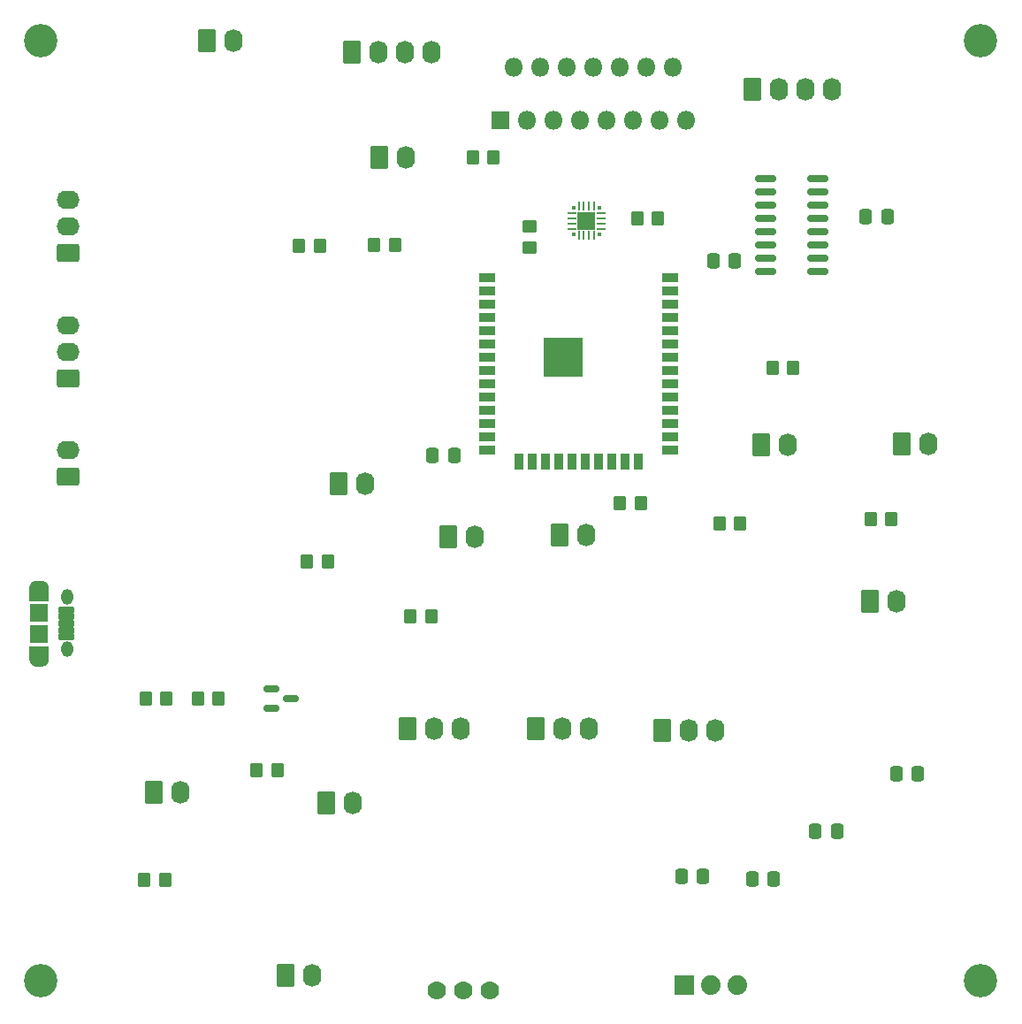
<source format=gbr>
%TF.GenerationSoftware,KiCad,Pcbnew,8.0.8*%
%TF.CreationDate,2025-03-12T17:19:21-05:00*%
%TF.ProjectId,Third Design (PCBWay 1),54686972-6420-4446-9573-69676e202850,rev?*%
%TF.SameCoordinates,Original*%
%TF.FileFunction,Soldermask,Top*%
%TF.FilePolarity,Negative*%
%FSLAX46Y46*%
G04 Gerber Fmt 4.6, Leading zero omitted, Abs format (unit mm)*
G04 Created by KiCad (PCBNEW 8.0.8) date 2025-03-12 17:19:21*
%MOMM*%
%LPD*%
G01*
G04 APERTURE LIST*
G04 Aperture macros list*
%AMRoundRect*
0 Rectangle with rounded corners*
0 $1 Rounding radius*
0 $2 $3 $4 $5 $6 $7 $8 $9 X,Y pos of 4 corners*
0 Add a 4 corners polygon primitive as box body*
4,1,4,$2,$3,$4,$5,$6,$7,$8,$9,$2,$3,0*
0 Add four circle primitives for the rounded corners*
1,1,$1+$1,$2,$3*
1,1,$1+$1,$4,$5*
1,1,$1+$1,$6,$7*
1,1,$1+$1,$8,$9*
0 Add four rect primitives between the rounded corners*
20,1,$1+$1,$2,$3,$4,$5,0*
20,1,$1+$1,$4,$5,$6,$7,0*
20,1,$1+$1,$6,$7,$8,$9,0*
20,1,$1+$1,$8,$9,$2,$3,0*%
G04 Aperture macros list end*
%ADD10C,0.010000*%
%ADD11RoundRect,0.250000X-0.350000X-0.450000X0.350000X-0.450000X0.350000X0.450000X-0.350000X0.450000X0*%
%ADD12O,1.740000X2.190000*%
%ADD13RoundRect,0.250000X-0.620000X-0.845000X0.620000X-0.845000X0.620000X0.845000X-0.620000X0.845000X0*%
%ADD14RoundRect,0.250000X0.450000X-0.350000X0.450000X0.350000X-0.450000X0.350000X-0.450000X-0.350000X0*%
%ADD15C,3.200000*%
%ADD16RoundRect,0.250000X0.845000X-0.620000X0.845000X0.620000X-0.845000X0.620000X-0.845000X-0.620000X0*%
%ADD17O,2.190000X1.740000*%
%ADD18RoundRect,0.102000X-0.675000X0.200000X-0.675000X-0.200000X0.675000X-0.200000X0.675000X0.200000X0*%
%ADD19RoundRect,0.102000X-0.775000X0.750000X-0.775000X-0.750000X0.775000X-0.750000X0.775000X0.750000X0*%
%ADD20O,1.154000X1.504000*%
%ADD21RoundRect,0.250000X-0.337500X-0.475000X0.337500X-0.475000X0.337500X0.475000X-0.337500X0.475000X0*%
%ADD22RoundRect,0.150000X-0.850000X-0.150000X0.850000X-0.150000X0.850000X0.150000X-0.850000X0.150000X0*%
%ADD23R,0.355600X0.355600*%
%ADD24R,0.254000X0.812800*%
%ADD25R,0.812800X0.254000*%
%ADD26R,1.701800X1.701800*%
%ADD27R,1.500000X0.900000*%
%ADD28R,0.900000X1.500000*%
%ADD29C,0.600000*%
%ADD30R,3.800000X3.800000*%
%ADD31C,1.778000*%
%ADD32R,1.879600X1.879600*%
%ADD33C,1.879600*%
%ADD34RoundRect,0.150000X-0.587500X-0.150000X0.587500X-0.150000X0.587500X0.150000X-0.587500X0.150000X0*%
%ADD35R,1.800000X1.800000*%
%ADD36O,1.800000X1.800000*%
G04 APERTURE END LIST*
D10*
%TO.C,J18*%
X105081000Y-106740000D02*
X105113000Y-106742000D01*
X105144000Y-106746000D01*
X105175000Y-106752000D01*
X105205000Y-106759000D01*
X105235000Y-106768000D01*
X105265000Y-106779000D01*
X105294000Y-106791000D01*
X105322000Y-106804000D01*
X105350000Y-106819000D01*
X105377000Y-106836000D01*
X105403000Y-106854000D01*
X105428000Y-106873000D01*
X105451000Y-106893000D01*
X105474000Y-106915000D01*
X105496000Y-106938000D01*
X105516000Y-106961000D01*
X105535000Y-106986000D01*
X105553000Y-107012000D01*
X105570000Y-107039000D01*
X105585000Y-107067000D01*
X105598000Y-107095000D01*
X105610000Y-107124000D01*
X105621000Y-107154000D01*
X105630000Y-107184000D01*
X105637000Y-107214000D01*
X105643000Y-107245000D01*
X105647000Y-107276000D01*
X105649000Y-107308000D01*
X105650000Y-107339000D01*
X105650000Y-108584000D01*
X103900000Y-108584000D01*
X103900000Y-107339000D01*
X103901000Y-107308000D01*
X103903000Y-107276000D01*
X103907000Y-107245000D01*
X103913000Y-107214000D01*
X103920000Y-107184000D01*
X103929000Y-107154000D01*
X103940000Y-107124000D01*
X103952000Y-107095000D01*
X103965000Y-107067000D01*
X103980000Y-107039000D01*
X103997000Y-107012000D01*
X104015000Y-106986000D01*
X104034000Y-106961000D01*
X104054000Y-106938000D01*
X104076000Y-106915000D01*
X104099000Y-106893000D01*
X104122000Y-106873000D01*
X104147000Y-106854000D01*
X104173000Y-106836000D01*
X104200000Y-106819000D01*
X104228000Y-106804000D01*
X104256000Y-106791000D01*
X104285000Y-106779000D01*
X104315000Y-106768000D01*
X104345000Y-106759000D01*
X104375000Y-106752000D01*
X104406000Y-106746000D01*
X104437000Y-106742000D01*
X104469000Y-106740000D01*
X104500000Y-106739000D01*
X105050000Y-106739000D01*
X105081000Y-106740000D01*
G36*
X105081000Y-106740000D02*
G01*
X105113000Y-106742000D01*
X105144000Y-106746000D01*
X105175000Y-106752000D01*
X105205000Y-106759000D01*
X105235000Y-106768000D01*
X105265000Y-106779000D01*
X105294000Y-106791000D01*
X105322000Y-106804000D01*
X105350000Y-106819000D01*
X105377000Y-106836000D01*
X105403000Y-106854000D01*
X105428000Y-106873000D01*
X105451000Y-106893000D01*
X105474000Y-106915000D01*
X105496000Y-106938000D01*
X105516000Y-106961000D01*
X105535000Y-106986000D01*
X105553000Y-107012000D01*
X105570000Y-107039000D01*
X105585000Y-107067000D01*
X105598000Y-107095000D01*
X105610000Y-107124000D01*
X105621000Y-107154000D01*
X105630000Y-107184000D01*
X105637000Y-107214000D01*
X105643000Y-107245000D01*
X105647000Y-107276000D01*
X105649000Y-107308000D01*
X105650000Y-107339000D01*
X105650000Y-108584000D01*
X103900000Y-108584000D01*
X103900000Y-107339000D01*
X103901000Y-107308000D01*
X103903000Y-107276000D01*
X103907000Y-107245000D01*
X103913000Y-107214000D01*
X103920000Y-107184000D01*
X103929000Y-107154000D01*
X103940000Y-107124000D01*
X103952000Y-107095000D01*
X103965000Y-107067000D01*
X103980000Y-107039000D01*
X103997000Y-107012000D01*
X104015000Y-106986000D01*
X104034000Y-106961000D01*
X104054000Y-106938000D01*
X104076000Y-106915000D01*
X104099000Y-106893000D01*
X104122000Y-106873000D01*
X104147000Y-106854000D01*
X104173000Y-106836000D01*
X104200000Y-106819000D01*
X104228000Y-106804000D01*
X104256000Y-106791000D01*
X104285000Y-106779000D01*
X104315000Y-106768000D01*
X104345000Y-106759000D01*
X104375000Y-106752000D01*
X104406000Y-106746000D01*
X104437000Y-106742000D01*
X104469000Y-106740000D01*
X104500000Y-106739000D01*
X105050000Y-106739000D01*
X105081000Y-106740000D01*
G37*
X105650000Y-114229000D02*
X105649000Y-114260000D01*
X105647000Y-114292000D01*
X105643000Y-114323000D01*
X105637000Y-114354000D01*
X105630000Y-114384000D01*
X105621000Y-114414000D01*
X105610000Y-114444000D01*
X105598000Y-114473000D01*
X105585000Y-114501000D01*
X105570000Y-114529000D01*
X105553000Y-114556000D01*
X105535000Y-114582000D01*
X105516000Y-114607000D01*
X105496000Y-114630000D01*
X105474000Y-114653000D01*
X105451000Y-114675000D01*
X105428000Y-114695000D01*
X105403000Y-114714000D01*
X105377000Y-114732000D01*
X105350000Y-114749000D01*
X105322000Y-114764000D01*
X105294000Y-114777000D01*
X105265000Y-114789000D01*
X105235000Y-114800000D01*
X105205000Y-114809000D01*
X105175000Y-114816000D01*
X105144000Y-114822000D01*
X105113000Y-114826000D01*
X105081000Y-114828000D01*
X105050000Y-114829000D01*
X104500000Y-114829000D01*
X104469000Y-114828000D01*
X104437000Y-114826000D01*
X104406000Y-114822000D01*
X104375000Y-114816000D01*
X104345000Y-114809000D01*
X104315000Y-114800000D01*
X104285000Y-114789000D01*
X104256000Y-114777000D01*
X104228000Y-114764000D01*
X104200000Y-114749000D01*
X104173000Y-114732000D01*
X104147000Y-114714000D01*
X104122000Y-114695000D01*
X104099000Y-114675000D01*
X104076000Y-114653000D01*
X104054000Y-114630000D01*
X104034000Y-114607000D01*
X104015000Y-114582000D01*
X103997000Y-114556000D01*
X103980000Y-114529000D01*
X103965000Y-114501000D01*
X103952000Y-114473000D01*
X103940000Y-114444000D01*
X103929000Y-114414000D01*
X103920000Y-114384000D01*
X103913000Y-114354000D01*
X103907000Y-114323000D01*
X103903000Y-114292000D01*
X103901000Y-114260000D01*
X103900000Y-114229000D01*
X103900000Y-112984000D01*
X105650000Y-112984000D01*
X105650000Y-114229000D01*
G36*
X105650000Y-114229000D02*
G01*
X105649000Y-114260000D01*
X105647000Y-114292000D01*
X105643000Y-114323000D01*
X105637000Y-114354000D01*
X105630000Y-114384000D01*
X105621000Y-114414000D01*
X105610000Y-114444000D01*
X105598000Y-114473000D01*
X105585000Y-114501000D01*
X105570000Y-114529000D01*
X105553000Y-114556000D01*
X105535000Y-114582000D01*
X105516000Y-114607000D01*
X105496000Y-114630000D01*
X105474000Y-114653000D01*
X105451000Y-114675000D01*
X105428000Y-114695000D01*
X105403000Y-114714000D01*
X105377000Y-114732000D01*
X105350000Y-114749000D01*
X105322000Y-114764000D01*
X105294000Y-114777000D01*
X105265000Y-114789000D01*
X105235000Y-114800000D01*
X105205000Y-114809000D01*
X105175000Y-114816000D01*
X105144000Y-114822000D01*
X105113000Y-114826000D01*
X105081000Y-114828000D01*
X105050000Y-114829000D01*
X104500000Y-114829000D01*
X104469000Y-114828000D01*
X104437000Y-114826000D01*
X104406000Y-114822000D01*
X104375000Y-114816000D01*
X104345000Y-114809000D01*
X104315000Y-114800000D01*
X104285000Y-114789000D01*
X104256000Y-114777000D01*
X104228000Y-114764000D01*
X104200000Y-114749000D01*
X104173000Y-114732000D01*
X104147000Y-114714000D01*
X104122000Y-114695000D01*
X104099000Y-114675000D01*
X104076000Y-114653000D01*
X104054000Y-114630000D01*
X104034000Y-114607000D01*
X104015000Y-114582000D01*
X103997000Y-114556000D01*
X103980000Y-114529000D01*
X103965000Y-114501000D01*
X103952000Y-114473000D01*
X103940000Y-114444000D01*
X103929000Y-114414000D01*
X103920000Y-114384000D01*
X103913000Y-114354000D01*
X103907000Y-114323000D01*
X103903000Y-114292000D01*
X103901000Y-114260000D01*
X103900000Y-114229000D01*
X103900000Y-112984000D01*
X105650000Y-112984000D01*
X105650000Y-114229000D01*
G37*
%TD*%
D11*
%TO.C,R15*%
X127635000Y-124841000D03*
X125635000Y-124841000D03*
%TD*%
%TO.C,R7*%
X114868000Y-135330000D03*
X116868000Y-135330000D03*
%TD*%
%TO.C,R6*%
X160433000Y-99314000D03*
X162433000Y-99314000D03*
%TD*%
D12*
%TO.C,J20*%
X186944000Y-108712000D03*
D13*
X184404000Y-108712000D03*
%TD*%
%TO.C,J12*%
X132334000Y-128016000D03*
D12*
X134874000Y-128016000D03*
%TD*%
D13*
%TO.C,J4*%
X115788000Y-127000000D03*
D12*
X118328000Y-127000000D03*
%TD*%
D13*
%TO.C,J3*%
X154686000Y-102362000D03*
D12*
X157226000Y-102362000D03*
%TD*%
D14*
%TO.C,R3*%
X151765000Y-74803000D03*
X151765000Y-72803000D03*
%TD*%
D11*
%TO.C,R5*%
X184436000Y-100838000D03*
X186436000Y-100838000D03*
%TD*%
D15*
%TO.C,H1*%
X105000000Y-55000000D03*
%TD*%
D11*
%TO.C,R13*%
X115000000Y-118000000D03*
X117000000Y-118000000D03*
%TD*%
D13*
%TO.C,J7*%
X133477000Y-97409000D03*
D12*
X136017000Y-97409000D03*
%TD*%
D16*
%TO.C,J2*%
X107569000Y-87376000D03*
D17*
X107569000Y-84836000D03*
X107569000Y-82296000D03*
%TD*%
D18*
%TO.C,J18*%
X107450000Y-109484000D03*
X107450000Y-110134000D03*
X107450000Y-110784000D03*
X107450000Y-111434000D03*
X107450000Y-112084000D03*
D19*
X104775000Y-111784000D03*
X104775000Y-109784000D03*
D20*
X107475000Y-108284000D03*
X107475000Y-113284000D03*
%TD*%
D13*
%TO.C,J9*%
X144018000Y-102489000D03*
D12*
X146558000Y-102489000D03*
%TD*%
D15*
%TO.C,H4*%
X195000000Y-55000000D03*
%TD*%
D11*
%TO.C,R9*%
X169958000Y-101219000D03*
X171958000Y-101219000D03*
%TD*%
D21*
%TO.C,C3*%
X169375000Y-76073000D03*
X171450000Y-76073000D03*
%TD*%
D22*
%TO.C,U6*%
X174371000Y-68199000D03*
X174371000Y-69469000D03*
X174371000Y-70739000D03*
X174371000Y-72009000D03*
X174371000Y-73279000D03*
X174371000Y-74549000D03*
X174371000Y-75819000D03*
X174371000Y-77089000D03*
X179371000Y-77089000D03*
X179371000Y-75819000D03*
X179371000Y-74549000D03*
X179371000Y-73279000D03*
X179371000Y-72009000D03*
X179371000Y-70739000D03*
X179371000Y-69469000D03*
X179371000Y-68199000D03*
%TD*%
D21*
%TO.C,C6*%
X173101000Y-135255000D03*
X175176000Y-135255000D03*
%TD*%
%TO.C,C1*%
X183980000Y-71882000D03*
X186055000Y-71882000D03*
%TD*%
D11*
%TO.C,R8*%
X130461000Y-104902000D03*
X132461000Y-104902000D03*
%TD*%
D15*
%TO.C,H2*%
X195000000Y-145000000D03*
%TD*%
D16*
%TO.C,J19*%
X107569000Y-96774000D03*
D17*
X107569000Y-94234000D03*
%TD*%
D13*
%TO.C,J10*%
X120904000Y-54991000D03*
D12*
X123444000Y-54991000D03*
%TD*%
D23*
%TO.C,U7*%
X158487872Y-71013000D03*
D24*
X157988000Y-70866000D03*
X157487874Y-70866000D03*
X156987748Y-70866000D03*
X156487622Y-70866000D03*
D23*
X155987750Y-71013000D03*
D25*
X155840811Y-71512811D03*
X155840811Y-72012937D03*
X155840811Y-72513063D03*
X155840811Y-73013189D03*
D23*
X155987750Y-73513000D03*
D24*
X156487622Y-73660000D03*
X156987748Y-73660000D03*
X157487874Y-73660000D03*
X157988000Y-73660000D03*
D23*
X158487872Y-73513000D03*
D25*
X158634811Y-73013189D03*
X158634811Y-72513063D03*
X158634811Y-72012937D03*
X158634811Y-71512811D03*
D26*
X157237811Y-72263000D03*
%TD*%
D13*
%TO.C,J6*%
X187452000Y-93599000D03*
D12*
X189992000Y-93599000D03*
%TD*%
D27*
%TO.C,U2*%
X147727000Y-77724000D03*
X147727000Y-78994000D03*
X147727000Y-80264000D03*
X147727000Y-81534000D03*
X147727000Y-82804000D03*
X147727000Y-84074000D03*
X147727000Y-85344000D03*
X147727000Y-86614000D03*
X147727000Y-87884000D03*
X147727000Y-89154000D03*
X147727000Y-90424000D03*
X147727000Y-91694000D03*
X147727000Y-92964000D03*
X147727000Y-94234000D03*
D28*
X150762000Y-95329000D03*
X152032000Y-95329000D03*
X153302000Y-95329000D03*
X154572000Y-95329000D03*
X155842000Y-95329000D03*
X157112000Y-95329000D03*
X158382000Y-95329000D03*
X159652000Y-95329000D03*
X160922000Y-95329000D03*
X162192000Y-95329000D03*
D27*
X165227000Y-94234000D03*
X165227000Y-92964000D03*
X165227000Y-91694000D03*
X165227000Y-90424000D03*
X165227000Y-89154000D03*
X165227000Y-87884000D03*
X165227000Y-86614000D03*
X165227000Y-85344000D03*
X165227000Y-84074000D03*
X165227000Y-82804000D03*
X165227000Y-81534000D03*
X165227000Y-80264000D03*
X165227000Y-78994000D03*
X165227000Y-77724000D03*
D29*
X153577000Y-84589000D03*
X153577000Y-85989000D03*
X154277000Y-83889000D03*
X154277000Y-85289000D03*
X154277000Y-86689000D03*
X154977000Y-84589000D03*
D30*
X154977000Y-85289000D03*
D29*
X154977000Y-85989000D03*
X155677000Y-83889000D03*
X155677000Y-85289000D03*
X155677000Y-86689000D03*
X156377000Y-84589000D03*
X156377000Y-85989000D03*
%TD*%
D13*
%TO.C,J5*%
X134747000Y-56134000D03*
D12*
X137287000Y-56134000D03*
X139827000Y-56134000D03*
X142367000Y-56134000D03*
%TD*%
D11*
%TO.C,R1*%
X136906000Y-74549000D03*
X138906000Y-74549000D03*
%TD*%
D31*
%TO.C,U3*%
X142875000Y-145923000D03*
X145415000Y-145923000D03*
X147955000Y-145923000D03*
%TD*%
D32*
%TO.C,U1*%
X166624000Y-145415000D03*
D33*
X169164000Y-145415000D03*
X171704000Y-145415000D03*
%TD*%
D11*
%TO.C,R11*%
X146336000Y-66167000D03*
X148336000Y-66167000D03*
%TD*%
%TO.C,R10*%
X140367000Y-110109000D03*
X142367000Y-110109000D03*
%TD*%
%TO.C,R2*%
X129699000Y-74676000D03*
X131699000Y-74676000D03*
%TD*%
D16*
%TO.C,J17*%
X107569000Y-75311000D03*
D17*
X107569000Y-72771000D03*
X107569000Y-70231000D03*
%TD*%
D21*
%TO.C,C4*%
X142472500Y-94742000D03*
X144547500Y-94742000D03*
%TD*%
D34*
%TO.C,Q1*%
X127062500Y-117050000D03*
X127062500Y-118950000D03*
X128937500Y-118000000D03*
%TD*%
D11*
%TO.C,R4*%
X175038000Y-86360000D03*
X177038000Y-86360000D03*
%TD*%
D21*
%TO.C,C7*%
X186901000Y-125222000D03*
X188976000Y-125222000D03*
%TD*%
D13*
%TO.C,J11*%
X173101000Y-59690000D03*
D12*
X175641000Y-59690000D03*
X178181000Y-59690000D03*
X180721000Y-59690000D03*
%TD*%
D11*
%TO.C,R12*%
X162084000Y-72009000D03*
X164084000Y-72009000D03*
%TD*%
D13*
%TO.C,J16*%
X137414000Y-66167000D03*
D12*
X139954000Y-66167000D03*
%TD*%
D13*
%TO.C,J15*%
X164465000Y-121031000D03*
D12*
X167005000Y-121031000D03*
X169545000Y-121031000D03*
%TD*%
D11*
%TO.C,R14*%
X120000000Y-118000000D03*
X122000000Y-118000000D03*
%TD*%
D13*
%TO.C,J1*%
X128397000Y-144526000D03*
D12*
X130937000Y-144526000D03*
%TD*%
D13*
%TO.C,J14*%
X152400000Y-120904000D03*
D12*
X154940000Y-120904000D03*
X157480000Y-120904000D03*
%TD*%
D21*
%TO.C,C5*%
X166327000Y-135001000D03*
X168402000Y-135001000D03*
%TD*%
D13*
%TO.C,J13*%
X140081000Y-120904000D03*
D12*
X142621000Y-120904000D03*
X145161000Y-120904000D03*
%TD*%
D21*
%TO.C,C8*%
X179154000Y-130683000D03*
X181229000Y-130683000D03*
%TD*%
D15*
%TO.C,H3*%
X105000000Y-145000000D03*
%TD*%
D35*
%TO.C,U5*%
X148971000Y-62611000D03*
D36*
X150241000Y-57531000D03*
X151511000Y-62611000D03*
X152781000Y-57531000D03*
X154051000Y-62611000D03*
X155321000Y-57531000D03*
X156591000Y-62611000D03*
X157861000Y-57531000D03*
X159131000Y-62611000D03*
X160401000Y-57531000D03*
X161671000Y-62611000D03*
X162941000Y-57531000D03*
X164211000Y-62611000D03*
X165481000Y-57531000D03*
X166751000Y-62611000D03*
%TD*%
D13*
%TO.C,J8*%
X173990000Y-93726000D03*
D12*
X176530000Y-93726000D03*
%TD*%
M02*

</source>
